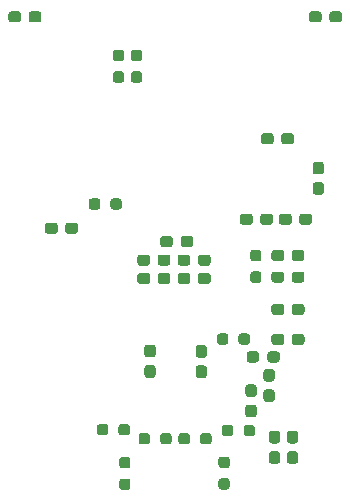
<source format=gbr>
%TF.GenerationSoftware,KiCad,Pcbnew,(5.1.9)-1*%
%TF.CreationDate,2021-03-06T18:52:22-05:00*%
%TF.ProjectId,final_design_v2,66696e61-6c5f-4646-9573-69676e5f7632,rev?*%
%TF.SameCoordinates,Original*%
%TF.FileFunction,Paste,Bot*%
%TF.FilePolarity,Positive*%
%FSLAX46Y46*%
G04 Gerber Fmt 4.6, Leading zero omitted, Abs format (unit mm)*
G04 Created by KiCad (PCBNEW (5.1.9)-1) date 2021-03-06 18:52:22*
%MOMM*%
%LPD*%
G01*
G04 APERTURE LIST*
G04 APERTURE END LIST*
%TO.C,C1*%
G36*
G01*
X148091700Y-102091500D02*
X148091700Y-101616500D01*
G75*
G02*
X148329200Y-101379000I237500J0D01*
G01*
X148929200Y-101379000D01*
G75*
G02*
X149166700Y-101616500I0J-237500D01*
G01*
X149166700Y-102091500D01*
G75*
G02*
X148929200Y-102329000I-237500J0D01*
G01*
X148329200Y-102329000D01*
G75*
G02*
X148091700Y-102091500I0J237500D01*
G01*
G37*
G36*
G01*
X149816700Y-102091500D02*
X149816700Y-101616500D01*
G75*
G02*
X150054200Y-101379000I237500J0D01*
G01*
X150654200Y-101379000D01*
G75*
G02*
X150891700Y-101616500I0J-237500D01*
G01*
X150891700Y-102091500D01*
G75*
G02*
X150654200Y-102329000I-237500J0D01*
G01*
X150054200Y-102329000D01*
G75*
G02*
X149816700Y-102091500I0J237500D01*
G01*
G37*
%TD*%
%TO.C,C2*%
G36*
G01*
X147886300Y-103666300D02*
X147886300Y-103191300D01*
G75*
G02*
X148123800Y-102953800I237500J0D01*
G01*
X148723800Y-102953800D01*
G75*
G02*
X148961300Y-103191300I0J-237500D01*
G01*
X148961300Y-103666300D01*
G75*
G02*
X148723800Y-103903800I-237500J0D01*
G01*
X148123800Y-103903800D01*
G75*
G02*
X147886300Y-103666300I0J237500D01*
G01*
G37*
G36*
G01*
X146161300Y-103666300D02*
X146161300Y-103191300D01*
G75*
G02*
X146398800Y-102953800I237500J0D01*
G01*
X146998800Y-102953800D01*
G75*
G02*
X147236300Y-103191300I0J-237500D01*
G01*
X147236300Y-103666300D01*
G75*
G02*
X146998800Y-103903800I-237500J0D01*
G01*
X146398800Y-103903800D01*
G75*
G02*
X146161300Y-103666300I0J237500D01*
G01*
G37*
%TD*%
%TO.C,C3*%
G36*
G01*
X146161300Y-105215700D02*
X146161300Y-104740700D01*
G75*
G02*
X146398800Y-104503200I237500J0D01*
G01*
X146998800Y-104503200D01*
G75*
G02*
X147236300Y-104740700I0J-237500D01*
G01*
X147236300Y-105215700D01*
G75*
G02*
X146998800Y-105453200I-237500J0D01*
G01*
X146398800Y-105453200D01*
G75*
G02*
X146161300Y-105215700I0J237500D01*
G01*
G37*
G36*
G01*
X147886300Y-105215700D02*
X147886300Y-104740700D01*
G75*
G02*
X148123800Y-104503200I237500J0D01*
G01*
X148723800Y-104503200D01*
G75*
G02*
X148961300Y-104740700I0J-237500D01*
G01*
X148961300Y-105215700D01*
G75*
G02*
X148723800Y-105453200I-237500J0D01*
G01*
X148123800Y-105453200D01*
G75*
G02*
X147886300Y-105215700I0J237500D01*
G01*
G37*
%TD*%
%TO.C,C4*%
G36*
G01*
X150639900Y-103191300D02*
X150639900Y-103666300D01*
G75*
G02*
X150402400Y-103903800I-237500J0D01*
G01*
X149802400Y-103903800D01*
G75*
G02*
X149564900Y-103666300I0J237500D01*
G01*
X149564900Y-103191300D01*
G75*
G02*
X149802400Y-102953800I237500J0D01*
G01*
X150402400Y-102953800D01*
G75*
G02*
X150639900Y-103191300I0J-237500D01*
G01*
G37*
G36*
G01*
X152364900Y-103191300D02*
X152364900Y-103666300D01*
G75*
G02*
X152127400Y-103903800I-237500J0D01*
G01*
X151527400Y-103903800D01*
G75*
G02*
X151289900Y-103666300I0J237500D01*
G01*
X151289900Y-103191300D01*
G75*
G02*
X151527400Y-102953800I237500J0D01*
G01*
X152127400Y-102953800D01*
G75*
G02*
X152364900Y-103191300I0J-237500D01*
G01*
G37*
%TD*%
%TO.C,C5*%
G36*
G01*
X152364900Y-104740700D02*
X152364900Y-105215700D01*
G75*
G02*
X152127400Y-105453200I-237500J0D01*
G01*
X151527400Y-105453200D01*
G75*
G02*
X151289900Y-105215700I0J237500D01*
G01*
X151289900Y-104740700D01*
G75*
G02*
X151527400Y-104503200I237500J0D01*
G01*
X152127400Y-104503200D01*
G75*
G02*
X152364900Y-104740700I0J-237500D01*
G01*
G37*
G36*
G01*
X150639900Y-104740700D02*
X150639900Y-105215700D01*
G75*
G02*
X150402400Y-105453200I-237500J0D01*
G01*
X149802400Y-105453200D01*
G75*
G02*
X149564900Y-105215700I0J237500D01*
G01*
X149564900Y-104740700D01*
G75*
G02*
X149802400Y-104503200I237500J0D01*
G01*
X150402400Y-104503200D01*
G75*
G02*
X150639900Y-104740700I0J-237500D01*
G01*
G37*
%TD*%
%TO.C,C6*%
G36*
G01*
X157077400Y-114371000D02*
X157552400Y-114371000D01*
G75*
G02*
X157789900Y-114608500I0J-237500D01*
G01*
X157789900Y-115208500D01*
G75*
G02*
X157552400Y-115446000I-237500J0D01*
G01*
X157077400Y-115446000D01*
G75*
G02*
X156839900Y-115208500I0J237500D01*
G01*
X156839900Y-114608500D01*
G75*
G02*
X157077400Y-114371000I237500J0D01*
G01*
G37*
G36*
G01*
X157077400Y-112646000D02*
X157552400Y-112646000D01*
G75*
G02*
X157789900Y-112883500I0J-237500D01*
G01*
X157789900Y-113483500D01*
G75*
G02*
X157552400Y-113721000I-237500J0D01*
G01*
X157077400Y-113721000D01*
G75*
G02*
X156839900Y-113483500I0J237500D01*
G01*
X156839900Y-112883500D01*
G75*
G02*
X157077400Y-112646000I237500J0D01*
G01*
G37*
%TD*%
%TO.C,C7*%
G36*
G01*
X155553400Y-115666400D02*
X156028400Y-115666400D01*
G75*
G02*
X156265900Y-115903900I0J-237500D01*
G01*
X156265900Y-116503900D01*
G75*
G02*
X156028400Y-116741400I-237500J0D01*
G01*
X155553400Y-116741400D01*
G75*
G02*
X155315900Y-116503900I0J237500D01*
G01*
X155315900Y-115903900D01*
G75*
G02*
X155553400Y-115666400I237500J0D01*
G01*
G37*
G36*
G01*
X155553400Y-113941400D02*
X156028400Y-113941400D01*
G75*
G02*
X156265900Y-114178900I0J-237500D01*
G01*
X156265900Y-114778900D01*
G75*
G02*
X156028400Y-115016400I-237500J0D01*
G01*
X155553400Y-115016400D01*
G75*
G02*
X155315900Y-114778900I0J237500D01*
G01*
X155315900Y-114178900D01*
G75*
G02*
X155553400Y-113941400I237500J0D01*
G01*
G37*
%TD*%
%TO.C,C8*%
G36*
G01*
X158587113Y-104626708D02*
X158587113Y-105101708D01*
G75*
G02*
X158349613Y-105339208I-237500J0D01*
G01*
X157749613Y-105339208D01*
G75*
G02*
X157512113Y-105101708I0J237500D01*
G01*
X157512113Y-104626708D01*
G75*
G02*
X157749613Y-104389208I237500J0D01*
G01*
X158349613Y-104389208D01*
G75*
G02*
X158587113Y-104626708I0J-237500D01*
G01*
G37*
G36*
G01*
X160312113Y-104626708D02*
X160312113Y-105101708D01*
G75*
G02*
X160074613Y-105339208I-237500J0D01*
G01*
X159474613Y-105339208D01*
G75*
G02*
X159237113Y-105101708I0J237500D01*
G01*
X159237113Y-104626708D01*
G75*
G02*
X159474613Y-104389208I237500J0D01*
G01*
X160074613Y-104389208D01*
G75*
G02*
X160312113Y-104626708I0J-237500D01*
G01*
G37*
%TD*%
%TO.C,C9*%
G36*
G01*
X160315100Y-109896900D02*
X160315100Y-110371900D01*
G75*
G02*
X160077600Y-110609400I-237500J0D01*
G01*
X159477600Y-110609400D01*
G75*
G02*
X159240100Y-110371900I0J237500D01*
G01*
X159240100Y-109896900D01*
G75*
G02*
X159477600Y-109659400I237500J0D01*
G01*
X160077600Y-109659400D01*
G75*
G02*
X160315100Y-109896900I0J-237500D01*
G01*
G37*
G36*
G01*
X158590100Y-109896900D02*
X158590100Y-110371900D01*
G75*
G02*
X158352600Y-110609400I-237500J0D01*
G01*
X157752600Y-110609400D01*
G75*
G02*
X157515100Y-110371900I0J237500D01*
G01*
X157515100Y-109896900D01*
G75*
G02*
X157752600Y-109659400I237500J0D01*
G01*
X158352600Y-109659400D01*
G75*
G02*
X158590100Y-109896900I0J-237500D01*
G01*
G37*
%TD*%
%TO.C,C10*%
G36*
G01*
X160315100Y-107356900D02*
X160315100Y-107831900D01*
G75*
G02*
X160077600Y-108069400I-237500J0D01*
G01*
X159477600Y-108069400D01*
G75*
G02*
X159240100Y-107831900I0J237500D01*
G01*
X159240100Y-107356900D01*
G75*
G02*
X159477600Y-107119400I237500J0D01*
G01*
X160077600Y-107119400D01*
G75*
G02*
X160315100Y-107356900I0J-237500D01*
G01*
G37*
G36*
G01*
X158590100Y-107356900D02*
X158590100Y-107831900D01*
G75*
G02*
X158352600Y-108069400I-237500J0D01*
G01*
X157752600Y-108069400D01*
G75*
G02*
X157515100Y-107831900I0J237500D01*
G01*
X157515100Y-107356900D01*
G75*
G02*
X157752600Y-107119400I237500J0D01*
G01*
X158352600Y-107119400D01*
G75*
G02*
X158590100Y-107356900I0J-237500D01*
G01*
G37*
%TD*%
%TO.C,C11*%
G36*
G01*
X158587113Y-102797908D02*
X158587113Y-103272908D01*
G75*
G02*
X158349613Y-103510408I-237500J0D01*
G01*
X157749613Y-103510408D01*
G75*
G02*
X157512113Y-103272908I0J237500D01*
G01*
X157512113Y-102797908D01*
G75*
G02*
X157749613Y-102560408I237500J0D01*
G01*
X158349613Y-102560408D01*
G75*
G02*
X158587113Y-102797908I0J-237500D01*
G01*
G37*
G36*
G01*
X160312113Y-102797908D02*
X160312113Y-103272908D01*
G75*
G02*
X160074613Y-103510408I-237500J0D01*
G01*
X159474613Y-103510408D01*
G75*
G02*
X159237113Y-103272908I0J237500D01*
G01*
X159237113Y-102797908D01*
G75*
G02*
X159474613Y-102560408I237500J0D01*
G01*
X160074613Y-102560408D01*
G75*
G02*
X160312113Y-102797908I0J-237500D01*
G01*
G37*
%TD*%
%TO.C,C12*%
G36*
G01*
X151812000Y-111689000D02*
X151337000Y-111689000D01*
G75*
G02*
X151099500Y-111451500I0J237500D01*
G01*
X151099500Y-110851500D01*
G75*
G02*
X151337000Y-110614000I237500J0D01*
G01*
X151812000Y-110614000D01*
G75*
G02*
X152049500Y-110851500I0J-237500D01*
G01*
X152049500Y-111451500D01*
G75*
G02*
X151812000Y-111689000I-237500J0D01*
G01*
G37*
G36*
G01*
X151812000Y-113414000D02*
X151337000Y-113414000D01*
G75*
G02*
X151099500Y-113176500I0J237500D01*
G01*
X151099500Y-112576500D01*
G75*
G02*
X151337000Y-112339000I237500J0D01*
G01*
X151812000Y-112339000D01*
G75*
G02*
X152049500Y-112576500I0J-237500D01*
G01*
X152049500Y-113176500D01*
G75*
G02*
X151812000Y-113414000I-237500J0D01*
G01*
G37*
%TD*%
%TO.C,C13*%
G36*
G01*
X147468600Y-113388600D02*
X146993600Y-113388600D01*
G75*
G02*
X146756100Y-113151100I0J237500D01*
G01*
X146756100Y-112551100D01*
G75*
G02*
X146993600Y-112313600I237500J0D01*
G01*
X147468600Y-112313600D01*
G75*
G02*
X147706100Y-112551100I0J-237500D01*
G01*
X147706100Y-113151100D01*
G75*
G02*
X147468600Y-113388600I-237500J0D01*
G01*
G37*
G36*
G01*
X147468600Y-111663600D02*
X146993600Y-111663600D01*
G75*
G02*
X146756100Y-111426100I0J237500D01*
G01*
X146756100Y-110826100D01*
G75*
G02*
X146993600Y-110588600I237500J0D01*
G01*
X147468600Y-110588600D01*
G75*
G02*
X147706100Y-110826100I0J-237500D01*
G01*
X147706100Y-111426100D01*
G75*
G02*
X147468600Y-111663600I-237500J0D01*
G01*
G37*
%TD*%
%TO.C,C14*%
G36*
G01*
X141138100Y-100498900D02*
X141138100Y-100973900D01*
G75*
G02*
X140900600Y-101211400I-237500J0D01*
G01*
X140300600Y-101211400D01*
G75*
G02*
X140063100Y-100973900I0J237500D01*
G01*
X140063100Y-100498900D01*
G75*
G02*
X140300600Y-100261400I237500J0D01*
G01*
X140900600Y-100261400D01*
G75*
G02*
X141138100Y-100498900I0J-237500D01*
G01*
G37*
G36*
G01*
X139413100Y-100498900D02*
X139413100Y-100973900D01*
G75*
G02*
X139175600Y-101211400I-237500J0D01*
G01*
X138575600Y-101211400D01*
G75*
G02*
X138338100Y-100973900I0J237500D01*
G01*
X138338100Y-100498900D01*
G75*
G02*
X138575600Y-100261400I237500J0D01*
G01*
X139175600Y-100261400D01*
G75*
G02*
X139413100Y-100498900I0J-237500D01*
G01*
G37*
%TD*%
%TO.C,C15*%
G36*
G01*
X159058600Y-117878400D02*
X159533600Y-117878400D01*
G75*
G02*
X159771100Y-118115900I0J-237500D01*
G01*
X159771100Y-118715900D01*
G75*
G02*
X159533600Y-118953400I-237500J0D01*
G01*
X159058600Y-118953400D01*
G75*
G02*
X158821100Y-118715900I0J237500D01*
G01*
X158821100Y-118115900D01*
G75*
G02*
X159058600Y-117878400I237500J0D01*
G01*
G37*
G36*
G01*
X159058600Y-119603400D02*
X159533600Y-119603400D01*
G75*
G02*
X159771100Y-119840900I0J-237500D01*
G01*
X159771100Y-120440900D01*
G75*
G02*
X159533600Y-120678400I-237500J0D01*
G01*
X159058600Y-120678400D01*
G75*
G02*
X158821100Y-120440900I0J237500D01*
G01*
X158821100Y-119840900D01*
G75*
G02*
X159058600Y-119603400I237500J0D01*
G01*
G37*
%TD*%
%TO.C,C16*%
G36*
G01*
X157534600Y-119603400D02*
X158009600Y-119603400D01*
G75*
G02*
X158247100Y-119840900I0J-237500D01*
G01*
X158247100Y-120440900D01*
G75*
G02*
X158009600Y-120678400I-237500J0D01*
G01*
X157534600Y-120678400D01*
G75*
G02*
X157297100Y-120440900I0J237500D01*
G01*
X157297100Y-119840900D01*
G75*
G02*
X157534600Y-119603400I237500J0D01*
G01*
G37*
G36*
G01*
X157534600Y-117878400D02*
X158009600Y-117878400D01*
G75*
G02*
X158247100Y-118115900I0J-237500D01*
G01*
X158247100Y-118715900D01*
G75*
G02*
X158009600Y-118953400I-237500J0D01*
G01*
X157534600Y-118953400D01*
G75*
G02*
X157297100Y-118715900I0J237500D01*
G01*
X157297100Y-118115900D01*
G75*
G02*
X157534600Y-117878400I237500J0D01*
G01*
G37*
%TD*%
%TO.C,C17*%
G36*
G01*
X136314300Y-82591900D02*
X136314300Y-83066900D01*
G75*
G02*
X136076800Y-83304400I-237500J0D01*
G01*
X135476800Y-83304400D01*
G75*
G02*
X135239300Y-83066900I0J237500D01*
G01*
X135239300Y-82591900D01*
G75*
G02*
X135476800Y-82354400I237500J0D01*
G01*
X136076800Y-82354400D01*
G75*
G02*
X136314300Y-82591900I0J-237500D01*
G01*
G37*
G36*
G01*
X138039300Y-82591900D02*
X138039300Y-83066900D01*
G75*
G02*
X137801800Y-83304400I-237500J0D01*
G01*
X137201800Y-83304400D01*
G75*
G02*
X136964300Y-83066900I0J237500D01*
G01*
X136964300Y-82591900D01*
G75*
G02*
X137201800Y-82354400I237500J0D01*
G01*
X137801800Y-82354400D01*
G75*
G02*
X138039300Y-82591900I0J-237500D01*
G01*
G37*
%TD*%
%TO.C,C18*%
G36*
G01*
X162415100Y-83066900D02*
X162415100Y-82591900D01*
G75*
G02*
X162652600Y-82354400I237500J0D01*
G01*
X163252600Y-82354400D01*
G75*
G02*
X163490100Y-82591900I0J-237500D01*
G01*
X163490100Y-83066900D01*
G75*
G02*
X163252600Y-83304400I-237500J0D01*
G01*
X162652600Y-83304400D01*
G75*
G02*
X162415100Y-83066900I0J237500D01*
G01*
G37*
G36*
G01*
X160690100Y-83066900D02*
X160690100Y-82591900D01*
G75*
G02*
X160927600Y-82354400I237500J0D01*
G01*
X161527600Y-82354400D01*
G75*
G02*
X161765100Y-82591900I0J-237500D01*
G01*
X161765100Y-83066900D01*
G75*
G02*
X161527600Y-83304400I-237500J0D01*
G01*
X160927600Y-83304400D01*
G75*
G02*
X160690100Y-83066900I0J237500D01*
G01*
G37*
%TD*%
%TO.C,C21*%
G36*
G01*
X155923100Y-99736900D02*
X155923100Y-100211900D01*
G75*
G02*
X155685600Y-100449400I-237500J0D01*
G01*
X155085600Y-100449400D01*
G75*
G02*
X154848100Y-100211900I0J237500D01*
G01*
X154848100Y-99736900D01*
G75*
G02*
X155085600Y-99499400I237500J0D01*
G01*
X155685600Y-99499400D01*
G75*
G02*
X155923100Y-99736900I0J-237500D01*
G01*
G37*
G36*
G01*
X157648100Y-99736900D02*
X157648100Y-100211900D01*
G75*
G02*
X157410600Y-100449400I-237500J0D01*
G01*
X156810600Y-100449400D01*
G75*
G02*
X156573100Y-100211900I0J237500D01*
G01*
X156573100Y-99736900D01*
G75*
G02*
X156810600Y-99499400I237500J0D01*
G01*
X157410600Y-99499400D01*
G75*
G02*
X157648100Y-99736900I0J-237500D01*
G01*
G37*
%TD*%
%TO.C,C24*%
G36*
G01*
X161243000Y-95094600D02*
X161718000Y-95094600D01*
G75*
G02*
X161955500Y-95332100I0J-237500D01*
G01*
X161955500Y-95932100D01*
G75*
G02*
X161718000Y-96169600I-237500J0D01*
G01*
X161243000Y-96169600D01*
G75*
G02*
X161005500Y-95932100I0J237500D01*
G01*
X161005500Y-95332100D01*
G75*
G02*
X161243000Y-95094600I237500J0D01*
G01*
G37*
G36*
G01*
X161243000Y-96819600D02*
X161718000Y-96819600D01*
G75*
G02*
X161955500Y-97057100I0J-237500D01*
G01*
X161955500Y-97657100D01*
G75*
G02*
X161718000Y-97894600I-237500J0D01*
G01*
X161243000Y-97894600D01*
G75*
G02*
X161005500Y-97657100I0J237500D01*
G01*
X161005500Y-97057100D01*
G75*
G02*
X161243000Y-96819600I237500J0D01*
G01*
G37*
%TD*%
%TO.C,C27*%
G36*
G01*
X158352200Y-93379300D02*
X158352200Y-92904300D01*
G75*
G02*
X158589700Y-92666800I237500J0D01*
G01*
X159189700Y-92666800D01*
G75*
G02*
X159427200Y-92904300I0J-237500D01*
G01*
X159427200Y-93379300D01*
G75*
G02*
X159189700Y-93616800I-237500J0D01*
G01*
X158589700Y-93616800D01*
G75*
G02*
X158352200Y-93379300I0J237500D01*
G01*
G37*
G36*
G01*
X156627200Y-93379300D02*
X156627200Y-92904300D01*
G75*
G02*
X156864700Y-92666800I237500J0D01*
G01*
X157464700Y-92666800D01*
G75*
G02*
X157702200Y-92904300I0J-237500D01*
G01*
X157702200Y-93379300D01*
G75*
G02*
X157464700Y-93616800I-237500J0D01*
G01*
X156864700Y-93616800D01*
G75*
G02*
X156627200Y-93379300I0J237500D01*
G01*
G37*
%TD*%
%TO.C,C28*%
G36*
G01*
X158150100Y-100211900D02*
X158150100Y-99736900D01*
G75*
G02*
X158387600Y-99499400I237500J0D01*
G01*
X158987600Y-99499400D01*
G75*
G02*
X159225100Y-99736900I0J-237500D01*
G01*
X159225100Y-100211900D01*
G75*
G02*
X158987600Y-100449400I-237500J0D01*
G01*
X158387600Y-100449400D01*
G75*
G02*
X158150100Y-100211900I0J237500D01*
G01*
G37*
G36*
G01*
X159875100Y-100211900D02*
X159875100Y-99736900D01*
G75*
G02*
X160112600Y-99499400I237500J0D01*
G01*
X160712600Y-99499400D01*
G75*
G02*
X160950100Y-99736900I0J-237500D01*
G01*
X160950100Y-100211900D01*
G75*
G02*
X160712600Y-100449400I-237500J0D01*
G01*
X160112600Y-100449400D01*
G75*
G02*
X159875100Y-100211900I0J237500D01*
G01*
G37*
%TD*%
%TO.C,L1*%
G36*
G01*
X158219600Y-111382800D02*
X158219600Y-111857800D01*
G75*
G02*
X157982100Y-112095300I-237500J0D01*
G01*
X157407100Y-112095300D01*
G75*
G02*
X157169600Y-111857800I0J237500D01*
G01*
X157169600Y-111382800D01*
G75*
G02*
X157407100Y-111145300I237500J0D01*
G01*
X157982100Y-111145300D01*
G75*
G02*
X158219600Y-111382800I0J-237500D01*
G01*
G37*
G36*
G01*
X156469600Y-111382800D02*
X156469600Y-111857800D01*
G75*
G02*
X156232100Y-112095300I-237500J0D01*
G01*
X155657100Y-112095300D01*
G75*
G02*
X155419600Y-111857800I0J237500D01*
G01*
X155419600Y-111382800D01*
G75*
G02*
X155657100Y-111145300I237500J0D01*
G01*
X156232100Y-111145300D01*
G75*
G02*
X156469600Y-111382800I0J-237500D01*
G01*
G37*
%TD*%
%TO.C,R2*%
G36*
G01*
X152892300Y-110346500D02*
X152892300Y-109871500D01*
G75*
G02*
X153129800Y-109634000I237500J0D01*
G01*
X153629800Y-109634000D01*
G75*
G02*
X153867300Y-109871500I0J-237500D01*
G01*
X153867300Y-110346500D01*
G75*
G02*
X153629800Y-110584000I-237500J0D01*
G01*
X153129800Y-110584000D01*
G75*
G02*
X152892300Y-110346500I0J237500D01*
G01*
G37*
G36*
G01*
X154717300Y-110346500D02*
X154717300Y-109871500D01*
G75*
G02*
X154954800Y-109634000I237500J0D01*
G01*
X155454800Y-109634000D01*
G75*
G02*
X155692300Y-109871500I0J-237500D01*
G01*
X155692300Y-110346500D01*
G75*
G02*
X155454800Y-110584000I-237500J0D01*
G01*
X154954800Y-110584000D01*
G75*
G02*
X154717300Y-110346500I0J237500D01*
G01*
G37*
%TD*%
%TO.C,R3*%
G36*
G01*
X143021500Y-98441500D02*
X143021500Y-98916500D01*
G75*
G02*
X142784000Y-99154000I-237500J0D01*
G01*
X142284000Y-99154000D01*
G75*
G02*
X142046500Y-98916500I0J237500D01*
G01*
X142046500Y-98441500D01*
G75*
G02*
X142284000Y-98204000I237500J0D01*
G01*
X142784000Y-98204000D01*
G75*
G02*
X143021500Y-98441500I0J-237500D01*
G01*
G37*
G36*
G01*
X144846500Y-98441500D02*
X144846500Y-98916500D01*
G75*
G02*
X144609000Y-99154000I-237500J0D01*
G01*
X144109000Y-99154000D01*
G75*
G02*
X143871500Y-98916500I0J237500D01*
G01*
X143871500Y-98441500D01*
G75*
G02*
X144109000Y-98204000I237500J0D01*
G01*
X144609000Y-98204000D01*
G75*
G02*
X144846500Y-98441500I0J-237500D01*
G01*
G37*
%TD*%
%TO.C,R6*%
G36*
G01*
X145850600Y-87445400D02*
X146325600Y-87445400D01*
G75*
G02*
X146563100Y-87682900I0J-237500D01*
G01*
X146563100Y-88182900D01*
G75*
G02*
X146325600Y-88420400I-237500J0D01*
G01*
X145850600Y-88420400D01*
G75*
G02*
X145613100Y-88182900I0J237500D01*
G01*
X145613100Y-87682900D01*
G75*
G02*
X145850600Y-87445400I237500J0D01*
G01*
G37*
G36*
G01*
X145850600Y-85620400D02*
X146325600Y-85620400D01*
G75*
G02*
X146563100Y-85857900I0J-237500D01*
G01*
X146563100Y-86357900D01*
G75*
G02*
X146325600Y-86595400I-237500J0D01*
G01*
X145850600Y-86595400D01*
G75*
G02*
X145613100Y-86357900I0J237500D01*
G01*
X145613100Y-85857900D01*
G75*
G02*
X145850600Y-85620400I237500J0D01*
G01*
G37*
%TD*%
%TO.C,R7*%
G36*
G01*
X144326600Y-85620400D02*
X144801600Y-85620400D01*
G75*
G02*
X145039100Y-85857900I0J-237500D01*
G01*
X145039100Y-86357900D01*
G75*
G02*
X144801600Y-86595400I-237500J0D01*
G01*
X144326600Y-86595400D01*
G75*
G02*
X144089100Y-86357900I0J237500D01*
G01*
X144089100Y-85857900D01*
G75*
G02*
X144326600Y-85620400I237500J0D01*
G01*
G37*
G36*
G01*
X144326600Y-87445400D02*
X144801600Y-87445400D01*
G75*
G02*
X145039100Y-87682900I0J-237500D01*
G01*
X145039100Y-88182900D01*
G75*
G02*
X144801600Y-88420400I-237500J0D01*
G01*
X144326600Y-88420400D01*
G75*
G02*
X144089100Y-88182900I0J237500D01*
G01*
X144089100Y-87682900D01*
G75*
G02*
X144326600Y-87445400I237500J0D01*
G01*
G37*
%TD*%
%TO.C,R8*%
G36*
G01*
X155956813Y-102549808D02*
X156431813Y-102549808D01*
G75*
G02*
X156669313Y-102787308I0J-237500D01*
G01*
X156669313Y-103287308D01*
G75*
G02*
X156431813Y-103524808I-237500J0D01*
G01*
X155956813Y-103524808D01*
G75*
G02*
X155719313Y-103287308I0J237500D01*
G01*
X155719313Y-102787308D01*
G75*
G02*
X155956813Y-102549808I237500J0D01*
G01*
G37*
G36*
G01*
X155956813Y-104374808D02*
X156431813Y-104374808D01*
G75*
G02*
X156669313Y-104612308I0J-237500D01*
G01*
X156669313Y-105112308D01*
G75*
G02*
X156431813Y-105349808I-237500J0D01*
G01*
X155956813Y-105349808D01*
G75*
G02*
X155719313Y-105112308I0J237500D01*
G01*
X155719313Y-104612308D01*
G75*
G02*
X155956813Y-104374808I237500J0D01*
G01*
G37*
%TD*%
%TO.C,R9*%
G36*
G01*
X149641100Y-118779300D02*
X149641100Y-118304300D01*
G75*
G02*
X149878600Y-118066800I237500J0D01*
G01*
X150378600Y-118066800D01*
G75*
G02*
X150616100Y-118304300I0J-237500D01*
G01*
X150616100Y-118779300D01*
G75*
G02*
X150378600Y-119016800I-237500J0D01*
G01*
X149878600Y-119016800D01*
G75*
G02*
X149641100Y-118779300I0J237500D01*
G01*
G37*
G36*
G01*
X151466100Y-118779300D02*
X151466100Y-118304300D01*
G75*
G02*
X151703600Y-118066800I237500J0D01*
G01*
X152203600Y-118066800D01*
G75*
G02*
X152441100Y-118304300I0J-237500D01*
G01*
X152441100Y-118779300D01*
G75*
G02*
X152203600Y-119016800I-237500J0D01*
G01*
X151703600Y-119016800D01*
G75*
G02*
X151466100Y-118779300I0J237500D01*
G01*
G37*
%TD*%
%TO.C,R10*%
G36*
G01*
X148087900Y-118779300D02*
X148087900Y-118304300D01*
G75*
G02*
X148325400Y-118066800I237500J0D01*
G01*
X148825400Y-118066800D01*
G75*
G02*
X149062900Y-118304300I0J-237500D01*
G01*
X149062900Y-118779300D01*
G75*
G02*
X148825400Y-119016800I-237500J0D01*
G01*
X148325400Y-119016800D01*
G75*
G02*
X148087900Y-118779300I0J237500D01*
G01*
G37*
G36*
G01*
X146262900Y-118779300D02*
X146262900Y-118304300D01*
G75*
G02*
X146500400Y-118066800I237500J0D01*
G01*
X147000400Y-118066800D01*
G75*
G02*
X147237900Y-118304300I0J-237500D01*
G01*
X147237900Y-118779300D01*
G75*
G02*
X147000400Y-119016800I-237500J0D01*
G01*
X146500400Y-119016800D01*
G75*
G02*
X146262900Y-118779300I0J237500D01*
G01*
G37*
%TD*%
%TO.C,R15*%
G36*
G01*
X145532300Y-117542300D02*
X145532300Y-118017300D01*
G75*
G02*
X145294800Y-118254800I-237500J0D01*
G01*
X144794800Y-118254800D01*
G75*
G02*
X144557300Y-118017300I0J237500D01*
G01*
X144557300Y-117542300D01*
G75*
G02*
X144794800Y-117304800I237500J0D01*
G01*
X145294800Y-117304800D01*
G75*
G02*
X145532300Y-117542300I0J-237500D01*
G01*
G37*
G36*
G01*
X143707300Y-117542300D02*
X143707300Y-118017300D01*
G75*
G02*
X143469800Y-118254800I-237500J0D01*
G01*
X142969800Y-118254800D01*
G75*
G02*
X142732300Y-118017300I0J237500D01*
G01*
X142732300Y-117542300D01*
G75*
G02*
X142969800Y-117304800I237500J0D01*
G01*
X143469800Y-117304800D01*
G75*
G02*
X143707300Y-117542300I0J-237500D01*
G01*
G37*
%TD*%
%TO.C,R16*%
G36*
G01*
X153324100Y-118093500D02*
X153324100Y-117618500D01*
G75*
G02*
X153561600Y-117381000I237500J0D01*
G01*
X154061600Y-117381000D01*
G75*
G02*
X154299100Y-117618500I0J-237500D01*
G01*
X154299100Y-118093500D01*
G75*
G02*
X154061600Y-118331000I-237500J0D01*
G01*
X153561600Y-118331000D01*
G75*
G02*
X153324100Y-118093500I0J237500D01*
G01*
G37*
G36*
G01*
X155149100Y-118093500D02*
X155149100Y-117618500D01*
G75*
G02*
X155386600Y-117381000I237500J0D01*
G01*
X155886600Y-117381000D01*
G75*
G02*
X156124100Y-117618500I0J-237500D01*
G01*
X156124100Y-118093500D01*
G75*
G02*
X155886600Y-118331000I-237500J0D01*
G01*
X155386600Y-118331000D01*
G75*
G02*
X155149100Y-118093500I0J237500D01*
G01*
G37*
%TD*%
%TO.C,R17*%
G36*
G01*
X145335000Y-121063200D02*
X144860000Y-121063200D01*
G75*
G02*
X144622500Y-120825700I0J237500D01*
G01*
X144622500Y-120325700D01*
G75*
G02*
X144860000Y-120088200I237500J0D01*
G01*
X145335000Y-120088200D01*
G75*
G02*
X145572500Y-120325700I0J-237500D01*
G01*
X145572500Y-120825700D01*
G75*
G02*
X145335000Y-121063200I-237500J0D01*
G01*
G37*
G36*
G01*
X145335000Y-122888200D02*
X144860000Y-122888200D01*
G75*
G02*
X144622500Y-122650700I0J237500D01*
G01*
X144622500Y-122150700D01*
G75*
G02*
X144860000Y-121913200I237500J0D01*
G01*
X145335000Y-121913200D01*
G75*
G02*
X145572500Y-122150700I0J-237500D01*
G01*
X145572500Y-122650700D01*
G75*
G02*
X145335000Y-122888200I-237500J0D01*
G01*
G37*
%TD*%
%TO.C,R18*%
G36*
G01*
X153742400Y-122862800D02*
X153267400Y-122862800D01*
G75*
G02*
X153029900Y-122625300I0J237500D01*
G01*
X153029900Y-122125300D01*
G75*
G02*
X153267400Y-121887800I237500J0D01*
G01*
X153742400Y-121887800D01*
G75*
G02*
X153979900Y-122125300I0J-237500D01*
G01*
X153979900Y-122625300D01*
G75*
G02*
X153742400Y-122862800I-237500J0D01*
G01*
G37*
G36*
G01*
X153742400Y-121037800D02*
X153267400Y-121037800D01*
G75*
G02*
X153029900Y-120800300I0J237500D01*
G01*
X153029900Y-120300300D01*
G75*
G02*
X153267400Y-120062800I237500J0D01*
G01*
X153742400Y-120062800D01*
G75*
G02*
X153979900Y-120300300I0J-237500D01*
G01*
X153979900Y-120800300D01*
G75*
G02*
X153742400Y-121037800I-237500J0D01*
G01*
G37*
%TD*%
M02*

</source>
